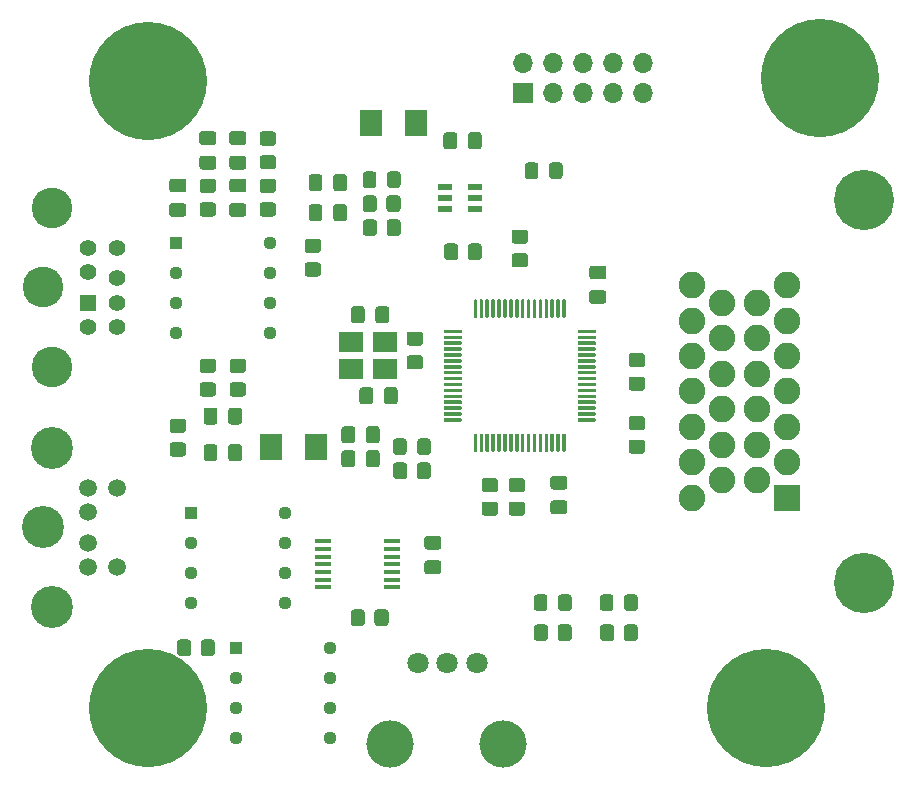
<source format=gts>
%TF.GenerationSoftware,KiCad,Pcbnew,(5.1.10)-1*%
%TF.CreationDate,2022-05-04T21:28:41+02:00*%
%TF.ProjectId,telemetria tyl,74656c65-6d65-4747-9269-612074796c2e,rev?*%
%TF.SameCoordinates,Original*%
%TF.FileFunction,Soldermask,Top*%
%TF.FilePolarity,Negative*%
%FSLAX46Y46*%
G04 Gerber Fmt 4.6, Leading zero omitted, Abs format (unit mm)*
G04 Created by KiCad (PCBNEW (5.1.10)-1) date 2022-05-04 21:28:41*
%MOMM*%
%LPD*%
G01*
G04 APERTURE LIST*
%ADD10C,1.800000*%
%ADD11C,4.000000*%
%ADD12C,1.509000*%
%ADD13C,3.555000*%
%ADD14R,1.854500X2.286000*%
%ADD15C,0.900000*%
%ADD16C,10.000000*%
%ADD17R,2.250000X2.250000*%
%ADD18C,2.250000*%
%ADD19C,5.100000*%
%ADD20R,2.100000X1.800000*%
%ADD21R,1.475000X0.450000*%
%ADD22R,1.130000X1.130000*%
%ADD23C,1.130000*%
%ADD24R,1.700000X1.700000*%
%ADD25O,1.700000X1.700000*%
%ADD26R,1.390000X1.390000*%
%ADD27C,1.390000*%
%ADD28C,3.440000*%
%ADD29R,1.200000X0.600000*%
G04 APERTURE END LIST*
D10*
%TO.C,RV1*%
X63420000Y-74930000D03*
X60920000Y-74930000D03*
X58420000Y-74930000D03*
D11*
X65640000Y-81780000D03*
X56070000Y-81780000D03*
%TD*%
D12*
%TO.C,Mini_DIN_OUT1*%
X30480000Y-64770000D03*
X30480000Y-62170000D03*
X30480000Y-66820000D03*
X30480000Y-60120000D03*
X32970000Y-66820000D03*
X32970000Y-60120000D03*
D13*
X27480000Y-70230000D03*
X26670000Y-63470000D03*
X27480000Y-56710000D03*
%TD*%
%TO.C,R8*%
G36*
G01*
X55772000Y-38550001D02*
X55772000Y-37649999D01*
G75*
G02*
X56021999Y-37400000I249999J0D01*
G01*
X56722001Y-37400000D01*
G75*
G02*
X56972000Y-37649999I0J-249999D01*
G01*
X56972000Y-38550001D01*
G75*
G02*
X56722001Y-38800000I-249999J0D01*
G01*
X56021999Y-38800000D01*
G75*
G02*
X55772000Y-38550001I0J249999D01*
G01*
G37*
G36*
G01*
X53772000Y-38550001D02*
X53772000Y-37649999D01*
G75*
G02*
X54021999Y-37400000I249999J0D01*
G01*
X54722001Y-37400000D01*
G75*
G02*
X54972000Y-37649999I0J-249999D01*
G01*
X54972000Y-38550001D01*
G75*
G02*
X54722001Y-38800000I-249999J0D01*
G01*
X54021999Y-38800000D01*
G75*
G02*
X53772000Y-38550001I0J249999D01*
G01*
G37*
%TD*%
%TO.C,R7*%
G36*
G01*
X54956000Y-35617999D02*
X54956000Y-36518001D01*
G75*
G02*
X54706001Y-36768000I-249999J0D01*
G01*
X54005999Y-36768000D01*
G75*
G02*
X53756000Y-36518001I0J249999D01*
G01*
X53756000Y-35617999D01*
G75*
G02*
X54005999Y-35368000I249999J0D01*
G01*
X54706001Y-35368000D01*
G75*
G02*
X54956000Y-35617999I0J-249999D01*
G01*
G37*
G36*
G01*
X56956000Y-35617999D02*
X56956000Y-36518001D01*
G75*
G02*
X56706001Y-36768000I-249999J0D01*
G01*
X56005999Y-36768000D01*
G75*
G02*
X55756000Y-36518001I0J249999D01*
G01*
X55756000Y-35617999D01*
G75*
G02*
X56005999Y-35368000I249999J0D01*
G01*
X56706001Y-35368000D01*
G75*
G02*
X56956000Y-35617999I0J-249999D01*
G01*
G37*
%TD*%
D14*
%TO.C,L2*%
X54495750Y-29210000D03*
X58280250Y-29210000D03*
%TD*%
%TO.C,D7*%
G36*
G01*
X54913000Y-33585999D02*
X54913000Y-34486001D01*
G75*
G02*
X54663001Y-34736000I-249999J0D01*
G01*
X54012999Y-34736000D01*
G75*
G02*
X53763000Y-34486001I0J249999D01*
G01*
X53763000Y-33585999D01*
G75*
G02*
X54012999Y-33336000I249999J0D01*
G01*
X54663001Y-33336000D01*
G75*
G02*
X54913000Y-33585999I0J-249999D01*
G01*
G37*
G36*
G01*
X56963000Y-33585999D02*
X56963000Y-34486001D01*
G75*
G02*
X56713001Y-34736000I-249999J0D01*
G01*
X56062999Y-34736000D01*
G75*
G02*
X55813000Y-34486001I0J249999D01*
G01*
X55813000Y-33585999D01*
G75*
G02*
X56062999Y-33336000I249999J0D01*
G01*
X56713001Y-33336000D01*
G75*
G02*
X56963000Y-33585999I0J-249999D01*
G01*
G37*
%TD*%
%TO.C,D6*%
G36*
G01*
X69529000Y-33724001D02*
X69529000Y-32823999D01*
G75*
G02*
X69778999Y-32574000I249999J0D01*
G01*
X70429001Y-32574000D01*
G75*
G02*
X70679000Y-32823999I0J-249999D01*
G01*
X70679000Y-33724001D01*
G75*
G02*
X70429001Y-33974000I-249999J0D01*
G01*
X69778999Y-33974000D01*
G75*
G02*
X69529000Y-33724001I0J249999D01*
G01*
G37*
G36*
G01*
X67479000Y-33724001D02*
X67479000Y-32823999D01*
G75*
G02*
X67728999Y-32574000I249999J0D01*
G01*
X68379001Y-32574000D01*
G75*
G02*
X68629000Y-32823999I0J-249999D01*
G01*
X68629000Y-33724001D01*
G75*
G02*
X68379001Y-33974000I-249999J0D01*
G01*
X67728999Y-33974000D01*
G75*
G02*
X67479000Y-33724001I0J249999D01*
G01*
G37*
%TD*%
%TO.C,C7*%
G36*
G01*
X51250000Y-34765000D02*
X51250000Y-33815000D01*
G75*
G02*
X51500000Y-33565000I250000J0D01*
G01*
X52175000Y-33565000D01*
G75*
G02*
X52425000Y-33815000I0J-250000D01*
G01*
X52425000Y-34765000D01*
G75*
G02*
X52175000Y-35015000I-250000J0D01*
G01*
X51500000Y-35015000D01*
G75*
G02*
X51250000Y-34765000I0J250000D01*
G01*
G37*
G36*
G01*
X49175000Y-34765000D02*
X49175000Y-33815000D01*
G75*
G02*
X49425000Y-33565000I250000J0D01*
G01*
X50100000Y-33565000D01*
G75*
G02*
X50350000Y-33815000I0J-250000D01*
G01*
X50350000Y-34765000D01*
G75*
G02*
X50100000Y-35015000I-250000J0D01*
G01*
X49425000Y-35015000D01*
G75*
G02*
X49175000Y-34765000I0J250000D01*
G01*
G37*
%TD*%
%TO.C,C4*%
G36*
G01*
X61758500Y-30259000D02*
X61758500Y-31209000D01*
G75*
G02*
X61508500Y-31459000I-250000J0D01*
G01*
X60833500Y-31459000D01*
G75*
G02*
X60583500Y-31209000I0J250000D01*
G01*
X60583500Y-30259000D01*
G75*
G02*
X60833500Y-30009000I250000J0D01*
G01*
X61508500Y-30009000D01*
G75*
G02*
X61758500Y-30259000I0J-250000D01*
G01*
G37*
G36*
G01*
X63833500Y-30259000D02*
X63833500Y-31209000D01*
G75*
G02*
X63583500Y-31459000I-250000J0D01*
G01*
X62908500Y-31459000D01*
G75*
G02*
X62658500Y-31209000I0J250000D01*
G01*
X62658500Y-30259000D01*
G75*
G02*
X62908500Y-30009000I250000J0D01*
G01*
X63583500Y-30009000D01*
G75*
G02*
X63833500Y-30259000I0J-250000D01*
G01*
G37*
%TD*%
%TO.C,1k2*%
G36*
G01*
X76511999Y-56042000D02*
X77412001Y-56042000D01*
G75*
G02*
X77662000Y-56291999I0J-249999D01*
G01*
X77662000Y-56992001D01*
G75*
G02*
X77412001Y-57242000I-249999J0D01*
G01*
X76511999Y-57242000D01*
G75*
G02*
X76262000Y-56992001I0J249999D01*
G01*
X76262000Y-56291999D01*
G75*
G02*
X76511999Y-56042000I249999J0D01*
G01*
G37*
G36*
G01*
X76511999Y-54042000D02*
X77412001Y-54042000D01*
G75*
G02*
X77662000Y-54291999I0J-249999D01*
G01*
X77662000Y-54992001D01*
G75*
G02*
X77412001Y-55242000I-249999J0D01*
G01*
X76511999Y-55242000D01*
G75*
G02*
X76262000Y-54992001I0J249999D01*
G01*
X76262000Y-54291999D01*
G75*
G02*
X76511999Y-54042000I249999J0D01*
G01*
G37*
%TD*%
%TO.C,2.2uF2*%
G36*
G01*
X73185000Y-43376000D02*
X74135000Y-43376000D01*
G75*
G02*
X74385000Y-43626000I0J-250000D01*
G01*
X74385000Y-44301000D01*
G75*
G02*
X74135000Y-44551000I-250000J0D01*
G01*
X73185000Y-44551000D01*
G75*
G02*
X72935000Y-44301000I0J250000D01*
G01*
X72935000Y-43626000D01*
G75*
G02*
X73185000Y-43376000I250000J0D01*
G01*
G37*
G36*
G01*
X73185000Y-41301000D02*
X74135000Y-41301000D01*
G75*
G02*
X74385000Y-41551000I0J-250000D01*
G01*
X74385000Y-42226000D01*
G75*
G02*
X74135000Y-42476000I-250000J0D01*
G01*
X73185000Y-42476000D01*
G75*
G02*
X72935000Y-42226000I0J250000D01*
G01*
X72935000Y-41551000D01*
G75*
G02*
X73185000Y-41301000I250000J0D01*
G01*
G37*
%TD*%
%TO.C,10k1*%
G36*
G01*
X66605999Y-38262000D02*
X67506001Y-38262000D01*
G75*
G02*
X67756000Y-38511999I0J-249999D01*
G01*
X67756000Y-39212001D01*
G75*
G02*
X67506001Y-39462000I-249999J0D01*
G01*
X66605999Y-39462000D01*
G75*
G02*
X66356000Y-39212001I0J249999D01*
G01*
X66356000Y-38511999D01*
G75*
G02*
X66605999Y-38262000I249999J0D01*
G01*
G37*
G36*
G01*
X66605999Y-40262000D02*
X67506001Y-40262000D01*
G75*
G02*
X67756000Y-40511999I0J-249999D01*
G01*
X67756000Y-41212001D01*
G75*
G02*
X67506001Y-41462000I-249999J0D01*
G01*
X66605999Y-41462000D01*
G75*
G02*
X66356000Y-41212001I0J249999D01*
G01*
X66356000Y-40511999D01*
G75*
G02*
X66605999Y-40262000I249999J0D01*
G01*
G37*
%TD*%
%TO.C,1k1*%
G36*
G01*
X76511999Y-48708000D02*
X77412001Y-48708000D01*
G75*
G02*
X77662000Y-48957999I0J-249999D01*
G01*
X77662000Y-49658001D01*
G75*
G02*
X77412001Y-49908000I-249999J0D01*
G01*
X76511999Y-49908000D01*
G75*
G02*
X76262000Y-49658001I0J249999D01*
G01*
X76262000Y-48957999D01*
G75*
G02*
X76511999Y-48708000I249999J0D01*
G01*
G37*
G36*
G01*
X76511999Y-50708000D02*
X77412001Y-50708000D01*
G75*
G02*
X77662000Y-50957999I0J-249999D01*
G01*
X77662000Y-51658001D01*
G75*
G02*
X77412001Y-51908000I-249999J0D01*
G01*
X76511999Y-51908000D01*
G75*
G02*
X76262000Y-51658001I0J249999D01*
G01*
X76262000Y-50957999D01*
G75*
G02*
X76511999Y-50708000I249999J0D01*
G01*
G37*
%TD*%
%TO.C,2.2uF1*%
G36*
G01*
X70833000Y-62352500D02*
X69883000Y-62352500D01*
G75*
G02*
X69633000Y-62102500I0J250000D01*
G01*
X69633000Y-61427500D01*
G75*
G02*
X69883000Y-61177500I250000J0D01*
G01*
X70833000Y-61177500D01*
G75*
G02*
X71083000Y-61427500I0J-250000D01*
G01*
X71083000Y-62102500D01*
G75*
G02*
X70833000Y-62352500I-250000J0D01*
G01*
G37*
G36*
G01*
X70833000Y-60277500D02*
X69883000Y-60277500D01*
G75*
G02*
X69633000Y-60027500I0J250000D01*
G01*
X69633000Y-59352500D01*
G75*
G02*
X69883000Y-59102500I250000J0D01*
G01*
X70833000Y-59102500D01*
G75*
G02*
X71083000Y-59352500I0J-250000D01*
G01*
X71083000Y-60027500D01*
G75*
G02*
X70833000Y-60277500I-250000J0D01*
G01*
G37*
%TD*%
%TO.C,C1*%
G36*
G01*
X53471500Y-52799000D02*
X53471500Y-51849000D01*
G75*
G02*
X53721500Y-51599000I250000J0D01*
G01*
X54396500Y-51599000D01*
G75*
G02*
X54646500Y-51849000I0J-250000D01*
G01*
X54646500Y-52799000D01*
G75*
G02*
X54396500Y-53049000I-250000J0D01*
G01*
X53721500Y-53049000D01*
G75*
G02*
X53471500Y-52799000I0J250000D01*
G01*
G37*
G36*
G01*
X55546500Y-52799000D02*
X55546500Y-51849000D01*
G75*
G02*
X55796500Y-51599000I250000J0D01*
G01*
X56471500Y-51599000D01*
G75*
G02*
X56721500Y-51849000I0J-250000D01*
G01*
X56721500Y-52799000D01*
G75*
G02*
X56471500Y-53049000I-250000J0D01*
G01*
X55796500Y-53049000D01*
G75*
G02*
X55546500Y-52799000I0J250000D01*
G01*
G37*
%TD*%
%TO.C,C8*%
G36*
G01*
X51250000Y-37305000D02*
X51250000Y-36355000D01*
G75*
G02*
X51500000Y-36105000I250000J0D01*
G01*
X52175000Y-36105000D01*
G75*
G02*
X52425000Y-36355000I0J-250000D01*
G01*
X52425000Y-37305000D01*
G75*
G02*
X52175000Y-37555000I-250000J0D01*
G01*
X51500000Y-37555000D01*
G75*
G02*
X51250000Y-37305000I0J250000D01*
G01*
G37*
G36*
G01*
X49175000Y-37305000D02*
X49175000Y-36355000D01*
G75*
G02*
X49425000Y-36105000I250000J0D01*
G01*
X50100000Y-36105000D01*
G75*
G02*
X50350000Y-36355000I0J-250000D01*
G01*
X50350000Y-37305000D01*
G75*
G02*
X50100000Y-37555000I-250000J0D01*
G01*
X49425000Y-37555000D01*
G75*
G02*
X49175000Y-37305000I0J250000D01*
G01*
G37*
%TD*%
%TO.C,C2*%
G36*
G01*
X56002500Y-44991000D02*
X56002500Y-45941000D01*
G75*
G02*
X55752500Y-46191000I-250000J0D01*
G01*
X55077500Y-46191000D01*
G75*
G02*
X54827500Y-45941000I0J250000D01*
G01*
X54827500Y-44991000D01*
G75*
G02*
X55077500Y-44741000I250000J0D01*
G01*
X55752500Y-44741000D01*
G75*
G02*
X56002500Y-44991000I0J-250000D01*
G01*
G37*
G36*
G01*
X53927500Y-44991000D02*
X53927500Y-45941000D01*
G75*
G02*
X53677500Y-46191000I-250000J0D01*
G01*
X53002500Y-46191000D01*
G75*
G02*
X52752500Y-45941000I0J250000D01*
G01*
X52752500Y-44991000D01*
G75*
G02*
X53002500Y-44741000I250000J0D01*
G01*
X53677500Y-44741000D01*
G75*
G02*
X53927500Y-44991000I0J-250000D01*
G01*
G37*
%TD*%
%TO.C,D5*%
G36*
G01*
X68250000Y-70300001D02*
X68250000Y-69399999D01*
G75*
G02*
X68499999Y-69150000I249999J0D01*
G01*
X69150001Y-69150000D01*
G75*
G02*
X69400000Y-69399999I0J-249999D01*
G01*
X69400000Y-70300001D01*
G75*
G02*
X69150001Y-70550000I-249999J0D01*
G01*
X68499999Y-70550000D01*
G75*
G02*
X68250000Y-70300001I0J249999D01*
G01*
G37*
G36*
G01*
X70300000Y-70300001D02*
X70300000Y-69399999D01*
G75*
G02*
X70549999Y-69150000I249999J0D01*
G01*
X71200001Y-69150000D01*
G75*
G02*
X71450000Y-69399999I0J-249999D01*
G01*
X71450000Y-70300001D01*
G75*
G02*
X71200001Y-70550000I-249999J0D01*
G01*
X70549999Y-70550000D01*
G75*
G02*
X70300000Y-70300001I0J249999D01*
G01*
G37*
%TD*%
D15*
%TO.C,H4*%
X95107650Y-22748350D03*
X92456000Y-21650000D03*
X89804350Y-22748350D03*
X88706000Y-25400000D03*
X89804350Y-28051650D03*
X92456000Y-29150000D03*
X95107650Y-28051650D03*
X96206000Y-25400000D03*
D16*
X92456000Y-25400000D03*
%TD*%
D15*
%TO.C,H2*%
X38211650Y-23002350D03*
X35560000Y-21904000D03*
X32908350Y-23002350D03*
X31810000Y-25654000D03*
X32908350Y-28305650D03*
X35560000Y-29404000D03*
X38211650Y-28305650D03*
X39310000Y-25654000D03*
D16*
X35560000Y-25654000D03*
%TD*%
%TO.C,R11*%
G36*
G01*
X56328000Y-59124001D02*
X56328000Y-58223999D01*
G75*
G02*
X56577999Y-57974000I249999J0D01*
G01*
X57278001Y-57974000D01*
G75*
G02*
X57528000Y-58223999I0J-249999D01*
G01*
X57528000Y-59124001D01*
G75*
G02*
X57278001Y-59374000I-249999J0D01*
G01*
X56577999Y-59374000D01*
G75*
G02*
X56328000Y-59124001I0J249999D01*
G01*
G37*
G36*
G01*
X58328000Y-59124001D02*
X58328000Y-58223999D01*
G75*
G02*
X58577999Y-57974000I249999J0D01*
G01*
X59278001Y-57974000D01*
G75*
G02*
X59528000Y-58223999I0J-249999D01*
G01*
X59528000Y-59124001D01*
G75*
G02*
X59278001Y-59374000I-249999J0D01*
G01*
X58577999Y-59374000D01*
G75*
G02*
X58328000Y-59124001I0J249999D01*
G01*
G37*
%TD*%
%TO.C,D3*%
G36*
G01*
X74988000Y-69399999D02*
X74988000Y-70300001D01*
G75*
G02*
X74738001Y-70550000I-249999J0D01*
G01*
X74087999Y-70550000D01*
G75*
G02*
X73838000Y-70300001I0J249999D01*
G01*
X73838000Y-69399999D01*
G75*
G02*
X74087999Y-69150000I249999J0D01*
G01*
X74738001Y-69150000D01*
G75*
G02*
X74988000Y-69399999I0J-249999D01*
G01*
G37*
G36*
G01*
X77038000Y-69399999D02*
X77038000Y-70300001D01*
G75*
G02*
X76788001Y-70550000I-249999J0D01*
G01*
X76137999Y-70550000D01*
G75*
G02*
X75888000Y-70300001I0J249999D01*
G01*
X75888000Y-69399999D01*
G75*
G02*
X76137999Y-69150000I249999J0D01*
G01*
X76788001Y-69150000D01*
G75*
G02*
X77038000Y-69399999I0J-249999D01*
G01*
G37*
%TD*%
%TO.C,H1*%
X35560000Y-78740000D03*
D15*
X39310000Y-78740000D03*
X38211650Y-81391650D03*
X35560000Y-82490000D03*
X32908350Y-81391650D03*
X31810000Y-78740000D03*
X32908350Y-76088350D03*
X35560000Y-74990000D03*
X38211650Y-76088350D03*
%TD*%
%TO.C,U1*%
G36*
G01*
X60600920Y-46949740D02*
X60600920Y-46799740D01*
G75*
G02*
X60675920Y-46724740I75000J0D01*
G01*
X62075920Y-46724740D01*
G75*
G02*
X62150920Y-46799740I0J-75000D01*
G01*
X62150920Y-46949740D01*
G75*
G02*
X62075920Y-47024740I-75000J0D01*
G01*
X60675920Y-47024740D01*
G75*
G02*
X60600920Y-46949740I0J75000D01*
G01*
G37*
G36*
G01*
X60600920Y-47449740D02*
X60600920Y-47299740D01*
G75*
G02*
X60675920Y-47224740I75000J0D01*
G01*
X62075920Y-47224740D01*
G75*
G02*
X62150920Y-47299740I0J-75000D01*
G01*
X62150920Y-47449740D01*
G75*
G02*
X62075920Y-47524740I-75000J0D01*
G01*
X60675920Y-47524740D01*
G75*
G02*
X60600920Y-47449740I0J75000D01*
G01*
G37*
G36*
G01*
X60600920Y-47949740D02*
X60600920Y-47799740D01*
G75*
G02*
X60675920Y-47724740I75000J0D01*
G01*
X62075920Y-47724740D01*
G75*
G02*
X62150920Y-47799740I0J-75000D01*
G01*
X62150920Y-47949740D01*
G75*
G02*
X62075920Y-48024740I-75000J0D01*
G01*
X60675920Y-48024740D01*
G75*
G02*
X60600920Y-47949740I0J75000D01*
G01*
G37*
G36*
G01*
X60600920Y-48449740D02*
X60600920Y-48299740D01*
G75*
G02*
X60675920Y-48224740I75000J0D01*
G01*
X62075920Y-48224740D01*
G75*
G02*
X62150920Y-48299740I0J-75000D01*
G01*
X62150920Y-48449740D01*
G75*
G02*
X62075920Y-48524740I-75000J0D01*
G01*
X60675920Y-48524740D01*
G75*
G02*
X60600920Y-48449740I0J75000D01*
G01*
G37*
G36*
G01*
X60600920Y-48949740D02*
X60600920Y-48799740D01*
G75*
G02*
X60675920Y-48724740I75000J0D01*
G01*
X62075920Y-48724740D01*
G75*
G02*
X62150920Y-48799740I0J-75000D01*
G01*
X62150920Y-48949740D01*
G75*
G02*
X62075920Y-49024740I-75000J0D01*
G01*
X60675920Y-49024740D01*
G75*
G02*
X60600920Y-48949740I0J75000D01*
G01*
G37*
G36*
G01*
X60600920Y-49449740D02*
X60600920Y-49299740D01*
G75*
G02*
X60675920Y-49224740I75000J0D01*
G01*
X62075920Y-49224740D01*
G75*
G02*
X62150920Y-49299740I0J-75000D01*
G01*
X62150920Y-49449740D01*
G75*
G02*
X62075920Y-49524740I-75000J0D01*
G01*
X60675920Y-49524740D01*
G75*
G02*
X60600920Y-49449740I0J75000D01*
G01*
G37*
G36*
G01*
X60600920Y-49949740D02*
X60600920Y-49799740D01*
G75*
G02*
X60675920Y-49724740I75000J0D01*
G01*
X62075920Y-49724740D01*
G75*
G02*
X62150920Y-49799740I0J-75000D01*
G01*
X62150920Y-49949740D01*
G75*
G02*
X62075920Y-50024740I-75000J0D01*
G01*
X60675920Y-50024740D01*
G75*
G02*
X60600920Y-49949740I0J75000D01*
G01*
G37*
G36*
G01*
X60600920Y-50449740D02*
X60600920Y-50299740D01*
G75*
G02*
X60675920Y-50224740I75000J0D01*
G01*
X62075920Y-50224740D01*
G75*
G02*
X62150920Y-50299740I0J-75000D01*
G01*
X62150920Y-50449740D01*
G75*
G02*
X62075920Y-50524740I-75000J0D01*
G01*
X60675920Y-50524740D01*
G75*
G02*
X60600920Y-50449740I0J75000D01*
G01*
G37*
G36*
G01*
X60600920Y-50949740D02*
X60600920Y-50799740D01*
G75*
G02*
X60675920Y-50724740I75000J0D01*
G01*
X62075920Y-50724740D01*
G75*
G02*
X62150920Y-50799740I0J-75000D01*
G01*
X62150920Y-50949740D01*
G75*
G02*
X62075920Y-51024740I-75000J0D01*
G01*
X60675920Y-51024740D01*
G75*
G02*
X60600920Y-50949740I0J75000D01*
G01*
G37*
G36*
G01*
X60600920Y-51449740D02*
X60600920Y-51299740D01*
G75*
G02*
X60675920Y-51224740I75000J0D01*
G01*
X62075920Y-51224740D01*
G75*
G02*
X62150920Y-51299740I0J-75000D01*
G01*
X62150920Y-51449740D01*
G75*
G02*
X62075920Y-51524740I-75000J0D01*
G01*
X60675920Y-51524740D01*
G75*
G02*
X60600920Y-51449740I0J75000D01*
G01*
G37*
G36*
G01*
X60600920Y-51949740D02*
X60600920Y-51799740D01*
G75*
G02*
X60675920Y-51724740I75000J0D01*
G01*
X62075920Y-51724740D01*
G75*
G02*
X62150920Y-51799740I0J-75000D01*
G01*
X62150920Y-51949740D01*
G75*
G02*
X62075920Y-52024740I-75000J0D01*
G01*
X60675920Y-52024740D01*
G75*
G02*
X60600920Y-51949740I0J75000D01*
G01*
G37*
G36*
G01*
X60600920Y-52449740D02*
X60600920Y-52299740D01*
G75*
G02*
X60675920Y-52224740I75000J0D01*
G01*
X62075920Y-52224740D01*
G75*
G02*
X62150920Y-52299740I0J-75000D01*
G01*
X62150920Y-52449740D01*
G75*
G02*
X62075920Y-52524740I-75000J0D01*
G01*
X60675920Y-52524740D01*
G75*
G02*
X60600920Y-52449740I0J75000D01*
G01*
G37*
G36*
G01*
X60600920Y-52949740D02*
X60600920Y-52799740D01*
G75*
G02*
X60675920Y-52724740I75000J0D01*
G01*
X62075920Y-52724740D01*
G75*
G02*
X62150920Y-52799740I0J-75000D01*
G01*
X62150920Y-52949740D01*
G75*
G02*
X62075920Y-53024740I-75000J0D01*
G01*
X60675920Y-53024740D01*
G75*
G02*
X60600920Y-52949740I0J75000D01*
G01*
G37*
G36*
G01*
X60600920Y-53449740D02*
X60600920Y-53299740D01*
G75*
G02*
X60675920Y-53224740I75000J0D01*
G01*
X62075920Y-53224740D01*
G75*
G02*
X62150920Y-53299740I0J-75000D01*
G01*
X62150920Y-53449740D01*
G75*
G02*
X62075920Y-53524740I-75000J0D01*
G01*
X60675920Y-53524740D01*
G75*
G02*
X60600920Y-53449740I0J75000D01*
G01*
G37*
G36*
G01*
X60600920Y-53949740D02*
X60600920Y-53799740D01*
G75*
G02*
X60675920Y-53724740I75000J0D01*
G01*
X62075920Y-53724740D01*
G75*
G02*
X62150920Y-53799740I0J-75000D01*
G01*
X62150920Y-53949740D01*
G75*
G02*
X62075920Y-54024740I-75000J0D01*
G01*
X60675920Y-54024740D01*
G75*
G02*
X60600920Y-53949740I0J75000D01*
G01*
G37*
G36*
G01*
X60600920Y-54449740D02*
X60600920Y-54299740D01*
G75*
G02*
X60675920Y-54224740I75000J0D01*
G01*
X62075920Y-54224740D01*
G75*
G02*
X62150920Y-54299740I0J-75000D01*
G01*
X62150920Y-54449740D01*
G75*
G02*
X62075920Y-54524740I-75000J0D01*
G01*
X60675920Y-54524740D01*
G75*
G02*
X60600920Y-54449740I0J75000D01*
G01*
G37*
G36*
G01*
X63150920Y-56999740D02*
X63150920Y-55599740D01*
G75*
G02*
X63225920Y-55524740I75000J0D01*
G01*
X63375920Y-55524740D01*
G75*
G02*
X63450920Y-55599740I0J-75000D01*
G01*
X63450920Y-56999740D01*
G75*
G02*
X63375920Y-57074740I-75000J0D01*
G01*
X63225920Y-57074740D01*
G75*
G02*
X63150920Y-56999740I0J75000D01*
G01*
G37*
G36*
G01*
X63650920Y-56999740D02*
X63650920Y-55599740D01*
G75*
G02*
X63725920Y-55524740I75000J0D01*
G01*
X63875920Y-55524740D01*
G75*
G02*
X63950920Y-55599740I0J-75000D01*
G01*
X63950920Y-56999740D01*
G75*
G02*
X63875920Y-57074740I-75000J0D01*
G01*
X63725920Y-57074740D01*
G75*
G02*
X63650920Y-56999740I0J75000D01*
G01*
G37*
G36*
G01*
X64150920Y-56999740D02*
X64150920Y-55599740D01*
G75*
G02*
X64225920Y-55524740I75000J0D01*
G01*
X64375920Y-55524740D01*
G75*
G02*
X64450920Y-55599740I0J-75000D01*
G01*
X64450920Y-56999740D01*
G75*
G02*
X64375920Y-57074740I-75000J0D01*
G01*
X64225920Y-57074740D01*
G75*
G02*
X64150920Y-56999740I0J75000D01*
G01*
G37*
G36*
G01*
X64650920Y-56999740D02*
X64650920Y-55599740D01*
G75*
G02*
X64725920Y-55524740I75000J0D01*
G01*
X64875920Y-55524740D01*
G75*
G02*
X64950920Y-55599740I0J-75000D01*
G01*
X64950920Y-56999740D01*
G75*
G02*
X64875920Y-57074740I-75000J0D01*
G01*
X64725920Y-57074740D01*
G75*
G02*
X64650920Y-56999740I0J75000D01*
G01*
G37*
G36*
G01*
X65150920Y-56999740D02*
X65150920Y-55599740D01*
G75*
G02*
X65225920Y-55524740I75000J0D01*
G01*
X65375920Y-55524740D01*
G75*
G02*
X65450920Y-55599740I0J-75000D01*
G01*
X65450920Y-56999740D01*
G75*
G02*
X65375920Y-57074740I-75000J0D01*
G01*
X65225920Y-57074740D01*
G75*
G02*
X65150920Y-56999740I0J75000D01*
G01*
G37*
G36*
G01*
X65650920Y-56999740D02*
X65650920Y-55599740D01*
G75*
G02*
X65725920Y-55524740I75000J0D01*
G01*
X65875920Y-55524740D01*
G75*
G02*
X65950920Y-55599740I0J-75000D01*
G01*
X65950920Y-56999740D01*
G75*
G02*
X65875920Y-57074740I-75000J0D01*
G01*
X65725920Y-57074740D01*
G75*
G02*
X65650920Y-56999740I0J75000D01*
G01*
G37*
G36*
G01*
X66150920Y-56999740D02*
X66150920Y-55599740D01*
G75*
G02*
X66225920Y-55524740I75000J0D01*
G01*
X66375920Y-55524740D01*
G75*
G02*
X66450920Y-55599740I0J-75000D01*
G01*
X66450920Y-56999740D01*
G75*
G02*
X66375920Y-57074740I-75000J0D01*
G01*
X66225920Y-57074740D01*
G75*
G02*
X66150920Y-56999740I0J75000D01*
G01*
G37*
G36*
G01*
X66650920Y-56999740D02*
X66650920Y-55599740D01*
G75*
G02*
X66725920Y-55524740I75000J0D01*
G01*
X66875920Y-55524740D01*
G75*
G02*
X66950920Y-55599740I0J-75000D01*
G01*
X66950920Y-56999740D01*
G75*
G02*
X66875920Y-57074740I-75000J0D01*
G01*
X66725920Y-57074740D01*
G75*
G02*
X66650920Y-56999740I0J75000D01*
G01*
G37*
G36*
G01*
X67150920Y-56999740D02*
X67150920Y-55599740D01*
G75*
G02*
X67225920Y-55524740I75000J0D01*
G01*
X67375920Y-55524740D01*
G75*
G02*
X67450920Y-55599740I0J-75000D01*
G01*
X67450920Y-56999740D01*
G75*
G02*
X67375920Y-57074740I-75000J0D01*
G01*
X67225920Y-57074740D01*
G75*
G02*
X67150920Y-56999740I0J75000D01*
G01*
G37*
G36*
G01*
X67650920Y-56999740D02*
X67650920Y-55599740D01*
G75*
G02*
X67725920Y-55524740I75000J0D01*
G01*
X67875920Y-55524740D01*
G75*
G02*
X67950920Y-55599740I0J-75000D01*
G01*
X67950920Y-56999740D01*
G75*
G02*
X67875920Y-57074740I-75000J0D01*
G01*
X67725920Y-57074740D01*
G75*
G02*
X67650920Y-56999740I0J75000D01*
G01*
G37*
G36*
G01*
X68150920Y-56999740D02*
X68150920Y-55599740D01*
G75*
G02*
X68225920Y-55524740I75000J0D01*
G01*
X68375920Y-55524740D01*
G75*
G02*
X68450920Y-55599740I0J-75000D01*
G01*
X68450920Y-56999740D01*
G75*
G02*
X68375920Y-57074740I-75000J0D01*
G01*
X68225920Y-57074740D01*
G75*
G02*
X68150920Y-56999740I0J75000D01*
G01*
G37*
G36*
G01*
X68650920Y-56999740D02*
X68650920Y-55599740D01*
G75*
G02*
X68725920Y-55524740I75000J0D01*
G01*
X68875920Y-55524740D01*
G75*
G02*
X68950920Y-55599740I0J-75000D01*
G01*
X68950920Y-56999740D01*
G75*
G02*
X68875920Y-57074740I-75000J0D01*
G01*
X68725920Y-57074740D01*
G75*
G02*
X68650920Y-56999740I0J75000D01*
G01*
G37*
G36*
G01*
X69150920Y-56999740D02*
X69150920Y-55599740D01*
G75*
G02*
X69225920Y-55524740I75000J0D01*
G01*
X69375920Y-55524740D01*
G75*
G02*
X69450920Y-55599740I0J-75000D01*
G01*
X69450920Y-56999740D01*
G75*
G02*
X69375920Y-57074740I-75000J0D01*
G01*
X69225920Y-57074740D01*
G75*
G02*
X69150920Y-56999740I0J75000D01*
G01*
G37*
G36*
G01*
X69650920Y-56999740D02*
X69650920Y-55599740D01*
G75*
G02*
X69725920Y-55524740I75000J0D01*
G01*
X69875920Y-55524740D01*
G75*
G02*
X69950920Y-55599740I0J-75000D01*
G01*
X69950920Y-56999740D01*
G75*
G02*
X69875920Y-57074740I-75000J0D01*
G01*
X69725920Y-57074740D01*
G75*
G02*
X69650920Y-56999740I0J75000D01*
G01*
G37*
G36*
G01*
X70150920Y-56999740D02*
X70150920Y-55599740D01*
G75*
G02*
X70225920Y-55524740I75000J0D01*
G01*
X70375920Y-55524740D01*
G75*
G02*
X70450920Y-55599740I0J-75000D01*
G01*
X70450920Y-56999740D01*
G75*
G02*
X70375920Y-57074740I-75000J0D01*
G01*
X70225920Y-57074740D01*
G75*
G02*
X70150920Y-56999740I0J75000D01*
G01*
G37*
G36*
G01*
X70650920Y-56999740D02*
X70650920Y-55599740D01*
G75*
G02*
X70725920Y-55524740I75000J0D01*
G01*
X70875920Y-55524740D01*
G75*
G02*
X70950920Y-55599740I0J-75000D01*
G01*
X70950920Y-56999740D01*
G75*
G02*
X70875920Y-57074740I-75000J0D01*
G01*
X70725920Y-57074740D01*
G75*
G02*
X70650920Y-56999740I0J75000D01*
G01*
G37*
G36*
G01*
X71950920Y-54449740D02*
X71950920Y-54299740D01*
G75*
G02*
X72025920Y-54224740I75000J0D01*
G01*
X73425920Y-54224740D01*
G75*
G02*
X73500920Y-54299740I0J-75000D01*
G01*
X73500920Y-54449740D01*
G75*
G02*
X73425920Y-54524740I-75000J0D01*
G01*
X72025920Y-54524740D01*
G75*
G02*
X71950920Y-54449740I0J75000D01*
G01*
G37*
G36*
G01*
X71950920Y-53949740D02*
X71950920Y-53799740D01*
G75*
G02*
X72025920Y-53724740I75000J0D01*
G01*
X73425920Y-53724740D01*
G75*
G02*
X73500920Y-53799740I0J-75000D01*
G01*
X73500920Y-53949740D01*
G75*
G02*
X73425920Y-54024740I-75000J0D01*
G01*
X72025920Y-54024740D01*
G75*
G02*
X71950920Y-53949740I0J75000D01*
G01*
G37*
G36*
G01*
X71950920Y-53449740D02*
X71950920Y-53299740D01*
G75*
G02*
X72025920Y-53224740I75000J0D01*
G01*
X73425920Y-53224740D01*
G75*
G02*
X73500920Y-53299740I0J-75000D01*
G01*
X73500920Y-53449740D01*
G75*
G02*
X73425920Y-53524740I-75000J0D01*
G01*
X72025920Y-53524740D01*
G75*
G02*
X71950920Y-53449740I0J75000D01*
G01*
G37*
G36*
G01*
X71950920Y-52949740D02*
X71950920Y-52799740D01*
G75*
G02*
X72025920Y-52724740I75000J0D01*
G01*
X73425920Y-52724740D01*
G75*
G02*
X73500920Y-52799740I0J-75000D01*
G01*
X73500920Y-52949740D01*
G75*
G02*
X73425920Y-53024740I-75000J0D01*
G01*
X72025920Y-53024740D01*
G75*
G02*
X71950920Y-52949740I0J75000D01*
G01*
G37*
G36*
G01*
X71950920Y-52449740D02*
X71950920Y-52299740D01*
G75*
G02*
X72025920Y-52224740I75000J0D01*
G01*
X73425920Y-52224740D01*
G75*
G02*
X73500920Y-52299740I0J-75000D01*
G01*
X73500920Y-52449740D01*
G75*
G02*
X73425920Y-52524740I-75000J0D01*
G01*
X72025920Y-52524740D01*
G75*
G02*
X71950920Y-52449740I0J75000D01*
G01*
G37*
G36*
G01*
X71950920Y-51949740D02*
X71950920Y-51799740D01*
G75*
G02*
X72025920Y-51724740I75000J0D01*
G01*
X73425920Y-51724740D01*
G75*
G02*
X73500920Y-51799740I0J-75000D01*
G01*
X73500920Y-51949740D01*
G75*
G02*
X73425920Y-52024740I-75000J0D01*
G01*
X72025920Y-52024740D01*
G75*
G02*
X71950920Y-51949740I0J75000D01*
G01*
G37*
G36*
G01*
X71950920Y-51449740D02*
X71950920Y-51299740D01*
G75*
G02*
X72025920Y-51224740I75000J0D01*
G01*
X73425920Y-51224740D01*
G75*
G02*
X73500920Y-51299740I0J-75000D01*
G01*
X73500920Y-51449740D01*
G75*
G02*
X73425920Y-51524740I-75000J0D01*
G01*
X72025920Y-51524740D01*
G75*
G02*
X71950920Y-51449740I0J75000D01*
G01*
G37*
G36*
G01*
X71950920Y-50949740D02*
X71950920Y-50799740D01*
G75*
G02*
X72025920Y-50724740I75000J0D01*
G01*
X73425920Y-50724740D01*
G75*
G02*
X73500920Y-50799740I0J-75000D01*
G01*
X73500920Y-50949740D01*
G75*
G02*
X73425920Y-51024740I-75000J0D01*
G01*
X72025920Y-51024740D01*
G75*
G02*
X71950920Y-50949740I0J75000D01*
G01*
G37*
G36*
G01*
X71950920Y-50449740D02*
X71950920Y-50299740D01*
G75*
G02*
X72025920Y-50224740I75000J0D01*
G01*
X73425920Y-50224740D01*
G75*
G02*
X73500920Y-50299740I0J-75000D01*
G01*
X73500920Y-50449740D01*
G75*
G02*
X73425920Y-50524740I-75000J0D01*
G01*
X72025920Y-50524740D01*
G75*
G02*
X71950920Y-50449740I0J75000D01*
G01*
G37*
G36*
G01*
X71950920Y-49949740D02*
X71950920Y-49799740D01*
G75*
G02*
X72025920Y-49724740I75000J0D01*
G01*
X73425920Y-49724740D01*
G75*
G02*
X73500920Y-49799740I0J-75000D01*
G01*
X73500920Y-49949740D01*
G75*
G02*
X73425920Y-50024740I-75000J0D01*
G01*
X72025920Y-50024740D01*
G75*
G02*
X71950920Y-49949740I0J75000D01*
G01*
G37*
G36*
G01*
X71950920Y-49449740D02*
X71950920Y-49299740D01*
G75*
G02*
X72025920Y-49224740I75000J0D01*
G01*
X73425920Y-49224740D01*
G75*
G02*
X73500920Y-49299740I0J-75000D01*
G01*
X73500920Y-49449740D01*
G75*
G02*
X73425920Y-49524740I-75000J0D01*
G01*
X72025920Y-49524740D01*
G75*
G02*
X71950920Y-49449740I0J75000D01*
G01*
G37*
G36*
G01*
X71950920Y-48949740D02*
X71950920Y-48799740D01*
G75*
G02*
X72025920Y-48724740I75000J0D01*
G01*
X73425920Y-48724740D01*
G75*
G02*
X73500920Y-48799740I0J-75000D01*
G01*
X73500920Y-48949740D01*
G75*
G02*
X73425920Y-49024740I-75000J0D01*
G01*
X72025920Y-49024740D01*
G75*
G02*
X71950920Y-48949740I0J75000D01*
G01*
G37*
G36*
G01*
X71950920Y-48449740D02*
X71950920Y-48299740D01*
G75*
G02*
X72025920Y-48224740I75000J0D01*
G01*
X73425920Y-48224740D01*
G75*
G02*
X73500920Y-48299740I0J-75000D01*
G01*
X73500920Y-48449740D01*
G75*
G02*
X73425920Y-48524740I-75000J0D01*
G01*
X72025920Y-48524740D01*
G75*
G02*
X71950920Y-48449740I0J75000D01*
G01*
G37*
G36*
G01*
X71950920Y-47949740D02*
X71950920Y-47799740D01*
G75*
G02*
X72025920Y-47724740I75000J0D01*
G01*
X73425920Y-47724740D01*
G75*
G02*
X73500920Y-47799740I0J-75000D01*
G01*
X73500920Y-47949740D01*
G75*
G02*
X73425920Y-48024740I-75000J0D01*
G01*
X72025920Y-48024740D01*
G75*
G02*
X71950920Y-47949740I0J75000D01*
G01*
G37*
G36*
G01*
X71950920Y-47449740D02*
X71950920Y-47299740D01*
G75*
G02*
X72025920Y-47224740I75000J0D01*
G01*
X73425920Y-47224740D01*
G75*
G02*
X73500920Y-47299740I0J-75000D01*
G01*
X73500920Y-47449740D01*
G75*
G02*
X73425920Y-47524740I-75000J0D01*
G01*
X72025920Y-47524740D01*
G75*
G02*
X71950920Y-47449740I0J75000D01*
G01*
G37*
G36*
G01*
X71950920Y-46949740D02*
X71950920Y-46799740D01*
G75*
G02*
X72025920Y-46724740I75000J0D01*
G01*
X73425920Y-46724740D01*
G75*
G02*
X73500920Y-46799740I0J-75000D01*
G01*
X73500920Y-46949740D01*
G75*
G02*
X73425920Y-47024740I-75000J0D01*
G01*
X72025920Y-47024740D01*
G75*
G02*
X71950920Y-46949740I0J75000D01*
G01*
G37*
G36*
G01*
X70650920Y-45649740D02*
X70650920Y-44249740D01*
G75*
G02*
X70725920Y-44174740I75000J0D01*
G01*
X70875920Y-44174740D01*
G75*
G02*
X70950920Y-44249740I0J-75000D01*
G01*
X70950920Y-45649740D01*
G75*
G02*
X70875920Y-45724740I-75000J0D01*
G01*
X70725920Y-45724740D01*
G75*
G02*
X70650920Y-45649740I0J75000D01*
G01*
G37*
G36*
G01*
X70150920Y-45649740D02*
X70150920Y-44249740D01*
G75*
G02*
X70225920Y-44174740I75000J0D01*
G01*
X70375920Y-44174740D01*
G75*
G02*
X70450920Y-44249740I0J-75000D01*
G01*
X70450920Y-45649740D01*
G75*
G02*
X70375920Y-45724740I-75000J0D01*
G01*
X70225920Y-45724740D01*
G75*
G02*
X70150920Y-45649740I0J75000D01*
G01*
G37*
G36*
G01*
X69650920Y-45649740D02*
X69650920Y-44249740D01*
G75*
G02*
X69725920Y-44174740I75000J0D01*
G01*
X69875920Y-44174740D01*
G75*
G02*
X69950920Y-44249740I0J-75000D01*
G01*
X69950920Y-45649740D01*
G75*
G02*
X69875920Y-45724740I-75000J0D01*
G01*
X69725920Y-45724740D01*
G75*
G02*
X69650920Y-45649740I0J75000D01*
G01*
G37*
G36*
G01*
X69150920Y-45649740D02*
X69150920Y-44249740D01*
G75*
G02*
X69225920Y-44174740I75000J0D01*
G01*
X69375920Y-44174740D01*
G75*
G02*
X69450920Y-44249740I0J-75000D01*
G01*
X69450920Y-45649740D01*
G75*
G02*
X69375920Y-45724740I-75000J0D01*
G01*
X69225920Y-45724740D01*
G75*
G02*
X69150920Y-45649740I0J75000D01*
G01*
G37*
G36*
G01*
X68650920Y-45649740D02*
X68650920Y-44249740D01*
G75*
G02*
X68725920Y-44174740I75000J0D01*
G01*
X68875920Y-44174740D01*
G75*
G02*
X68950920Y-44249740I0J-75000D01*
G01*
X68950920Y-45649740D01*
G75*
G02*
X68875920Y-45724740I-75000J0D01*
G01*
X68725920Y-45724740D01*
G75*
G02*
X68650920Y-45649740I0J75000D01*
G01*
G37*
G36*
G01*
X68150920Y-45649740D02*
X68150920Y-44249740D01*
G75*
G02*
X68225920Y-44174740I75000J0D01*
G01*
X68375920Y-44174740D01*
G75*
G02*
X68450920Y-44249740I0J-75000D01*
G01*
X68450920Y-45649740D01*
G75*
G02*
X68375920Y-45724740I-75000J0D01*
G01*
X68225920Y-45724740D01*
G75*
G02*
X68150920Y-45649740I0J75000D01*
G01*
G37*
G36*
G01*
X67650920Y-45649740D02*
X67650920Y-44249740D01*
G75*
G02*
X67725920Y-44174740I75000J0D01*
G01*
X67875920Y-44174740D01*
G75*
G02*
X67950920Y-44249740I0J-75000D01*
G01*
X67950920Y-45649740D01*
G75*
G02*
X67875920Y-45724740I-75000J0D01*
G01*
X67725920Y-45724740D01*
G75*
G02*
X67650920Y-45649740I0J75000D01*
G01*
G37*
G36*
G01*
X67150920Y-45649740D02*
X67150920Y-44249740D01*
G75*
G02*
X67225920Y-44174740I75000J0D01*
G01*
X67375920Y-44174740D01*
G75*
G02*
X67450920Y-44249740I0J-75000D01*
G01*
X67450920Y-45649740D01*
G75*
G02*
X67375920Y-45724740I-75000J0D01*
G01*
X67225920Y-45724740D01*
G75*
G02*
X67150920Y-45649740I0J75000D01*
G01*
G37*
G36*
G01*
X66650920Y-45649740D02*
X66650920Y-44249740D01*
G75*
G02*
X66725920Y-44174740I75000J0D01*
G01*
X66875920Y-44174740D01*
G75*
G02*
X66950920Y-44249740I0J-75000D01*
G01*
X66950920Y-45649740D01*
G75*
G02*
X66875920Y-45724740I-75000J0D01*
G01*
X66725920Y-45724740D01*
G75*
G02*
X66650920Y-45649740I0J75000D01*
G01*
G37*
G36*
G01*
X66150920Y-45649740D02*
X66150920Y-44249740D01*
G75*
G02*
X66225920Y-44174740I75000J0D01*
G01*
X66375920Y-44174740D01*
G75*
G02*
X66450920Y-44249740I0J-75000D01*
G01*
X66450920Y-45649740D01*
G75*
G02*
X66375920Y-45724740I-75000J0D01*
G01*
X66225920Y-45724740D01*
G75*
G02*
X66150920Y-45649740I0J75000D01*
G01*
G37*
G36*
G01*
X65650920Y-45649740D02*
X65650920Y-44249740D01*
G75*
G02*
X65725920Y-44174740I75000J0D01*
G01*
X65875920Y-44174740D01*
G75*
G02*
X65950920Y-44249740I0J-75000D01*
G01*
X65950920Y-45649740D01*
G75*
G02*
X65875920Y-45724740I-75000J0D01*
G01*
X65725920Y-45724740D01*
G75*
G02*
X65650920Y-45649740I0J75000D01*
G01*
G37*
G36*
G01*
X65150920Y-45649740D02*
X65150920Y-44249740D01*
G75*
G02*
X65225920Y-44174740I75000J0D01*
G01*
X65375920Y-44174740D01*
G75*
G02*
X65450920Y-44249740I0J-75000D01*
G01*
X65450920Y-45649740D01*
G75*
G02*
X65375920Y-45724740I-75000J0D01*
G01*
X65225920Y-45724740D01*
G75*
G02*
X65150920Y-45649740I0J75000D01*
G01*
G37*
G36*
G01*
X64650920Y-45649740D02*
X64650920Y-44249740D01*
G75*
G02*
X64725920Y-44174740I75000J0D01*
G01*
X64875920Y-44174740D01*
G75*
G02*
X64950920Y-44249740I0J-75000D01*
G01*
X64950920Y-45649740D01*
G75*
G02*
X64875920Y-45724740I-75000J0D01*
G01*
X64725920Y-45724740D01*
G75*
G02*
X64650920Y-45649740I0J75000D01*
G01*
G37*
G36*
G01*
X64150920Y-45649740D02*
X64150920Y-44249740D01*
G75*
G02*
X64225920Y-44174740I75000J0D01*
G01*
X64375920Y-44174740D01*
G75*
G02*
X64450920Y-44249740I0J-75000D01*
G01*
X64450920Y-45649740D01*
G75*
G02*
X64375920Y-45724740I-75000J0D01*
G01*
X64225920Y-45724740D01*
G75*
G02*
X64150920Y-45649740I0J75000D01*
G01*
G37*
G36*
G01*
X63650920Y-45649740D02*
X63650920Y-44249740D01*
G75*
G02*
X63725920Y-44174740I75000J0D01*
G01*
X63875920Y-44174740D01*
G75*
G02*
X63950920Y-44249740I0J-75000D01*
G01*
X63950920Y-45649740D01*
G75*
G02*
X63875920Y-45724740I-75000J0D01*
G01*
X63725920Y-45724740D01*
G75*
G02*
X63650920Y-45649740I0J75000D01*
G01*
G37*
G36*
G01*
X63150920Y-45649740D02*
X63150920Y-44249740D01*
G75*
G02*
X63225920Y-44174740I75000J0D01*
G01*
X63375920Y-44174740D01*
G75*
G02*
X63450920Y-44249740I0J-75000D01*
G01*
X63450920Y-45649740D01*
G75*
G02*
X63375920Y-45724740I-75000J0D01*
G01*
X63225920Y-45724740D01*
G75*
G02*
X63150920Y-45649740I0J75000D01*
G01*
G37*
%TD*%
%TO.C,0.33k1*%
G36*
G01*
X64966001Y-60490000D02*
X64065999Y-60490000D01*
G75*
G02*
X63816000Y-60240001I0J249999D01*
G01*
X63816000Y-59539999D01*
G75*
G02*
X64065999Y-59290000I249999J0D01*
G01*
X64966001Y-59290000D01*
G75*
G02*
X65216000Y-59539999I0J-249999D01*
G01*
X65216000Y-60240001D01*
G75*
G02*
X64966001Y-60490000I-249999J0D01*
G01*
G37*
G36*
G01*
X64966001Y-62490000D02*
X64065999Y-62490000D01*
G75*
G02*
X63816000Y-62240001I0J249999D01*
G01*
X63816000Y-61539999D01*
G75*
G02*
X64065999Y-61290000I249999J0D01*
G01*
X64966001Y-61290000D01*
G75*
G02*
X65216000Y-61539999I0J-249999D01*
G01*
X65216000Y-62240001D01*
G75*
G02*
X64966001Y-62490000I-249999J0D01*
G01*
G37*
%TD*%
%TO.C,0.33k2*%
G36*
G01*
X67252001Y-62490000D02*
X66351999Y-62490000D01*
G75*
G02*
X66102000Y-62240001I0J249999D01*
G01*
X66102000Y-61539999D01*
G75*
G02*
X66351999Y-61290000I249999J0D01*
G01*
X67252001Y-61290000D01*
G75*
G02*
X67502000Y-61539999I0J-249999D01*
G01*
X67502000Y-62240001D01*
G75*
G02*
X67252001Y-62490000I-249999J0D01*
G01*
G37*
G36*
G01*
X67252001Y-60490000D02*
X66351999Y-60490000D01*
G75*
G02*
X66102000Y-60240001I0J249999D01*
G01*
X66102000Y-59539999D01*
G75*
G02*
X66351999Y-59290000I249999J0D01*
G01*
X67252001Y-59290000D01*
G75*
G02*
X67502000Y-59539999I0J-249999D01*
G01*
X67502000Y-60240001D01*
G75*
G02*
X67252001Y-60490000I-249999J0D01*
G01*
G37*
%TD*%
%TO.C,10nF1*%
G36*
G01*
X51947500Y-58133000D02*
X51947500Y-57183000D01*
G75*
G02*
X52197500Y-56933000I250000J0D01*
G01*
X52872500Y-56933000D01*
G75*
G02*
X53122500Y-57183000I0J-250000D01*
G01*
X53122500Y-58133000D01*
G75*
G02*
X52872500Y-58383000I-250000J0D01*
G01*
X52197500Y-58383000D01*
G75*
G02*
X51947500Y-58133000I0J250000D01*
G01*
G37*
G36*
G01*
X54022500Y-58133000D02*
X54022500Y-57183000D01*
G75*
G02*
X54272500Y-56933000I250000J0D01*
G01*
X54947500Y-56933000D01*
G75*
G02*
X55197500Y-57183000I0J-250000D01*
G01*
X55197500Y-58133000D01*
G75*
G02*
X54947500Y-58383000I-250000J0D01*
G01*
X54272500Y-58383000D01*
G75*
G02*
X54022500Y-58133000I0J250000D01*
G01*
G37*
%TD*%
%TO.C,1uF1*%
G36*
G01*
X54022500Y-56101000D02*
X54022500Y-55151000D01*
G75*
G02*
X54272500Y-54901000I250000J0D01*
G01*
X54947500Y-54901000D01*
G75*
G02*
X55197500Y-55151000I0J-250000D01*
G01*
X55197500Y-56101000D01*
G75*
G02*
X54947500Y-56351000I-250000J0D01*
G01*
X54272500Y-56351000D01*
G75*
G02*
X54022500Y-56101000I0J250000D01*
G01*
G37*
G36*
G01*
X51947500Y-56101000D02*
X51947500Y-55151000D01*
G75*
G02*
X52197500Y-54901000I250000J0D01*
G01*
X52872500Y-54901000D01*
G75*
G02*
X53122500Y-55151000I0J-250000D01*
G01*
X53122500Y-56101000D01*
G75*
G02*
X52872500Y-56351000I-250000J0D01*
G01*
X52197500Y-56351000D01*
G75*
G02*
X51947500Y-56101000I0J250000D01*
G01*
G37*
%TD*%
D14*
%TO.C,39nH1*%
X45999500Y-56642000D03*
X49784000Y-56642000D03*
%TD*%
%TO.C,D1*%
G36*
G01*
X56321000Y-57092001D02*
X56321000Y-56191999D01*
G75*
G02*
X56570999Y-55942000I249999J0D01*
G01*
X57221001Y-55942000D01*
G75*
G02*
X57471000Y-56191999I0J-249999D01*
G01*
X57471000Y-57092001D01*
G75*
G02*
X57221001Y-57342000I-249999J0D01*
G01*
X56570999Y-57342000D01*
G75*
G02*
X56321000Y-57092001I0J249999D01*
G01*
G37*
G36*
G01*
X58371000Y-57092001D02*
X58371000Y-56191999D01*
G75*
G02*
X58620999Y-55942000I249999J0D01*
G01*
X59271001Y-55942000D01*
G75*
G02*
X59521000Y-56191999I0J-249999D01*
G01*
X59521000Y-57092001D01*
G75*
G02*
X59271001Y-57342000I-249999J0D01*
G01*
X58620999Y-57342000D01*
G75*
G02*
X58371000Y-57092001I0J249999D01*
G01*
G37*
%TD*%
D16*
%TO.C,H3*%
X87884000Y-78740000D03*
D15*
X91634000Y-78740000D03*
X90535650Y-81391650D03*
X87884000Y-82490000D03*
X85232350Y-81391650D03*
X84134000Y-78740000D03*
X85232350Y-76088350D03*
X87884000Y-74990000D03*
X90535650Y-76088350D03*
%TD*%
D17*
%TO.C,J1*%
X89662000Y-60960000D03*
D18*
X89662000Y-57960000D03*
X89662000Y-54960000D03*
X89662000Y-51960000D03*
X89662000Y-48960000D03*
X89662000Y-45960000D03*
X89662000Y-42960000D03*
X87162000Y-44460000D03*
X87162000Y-47460000D03*
X87162000Y-50460000D03*
X87162000Y-53460000D03*
X87162000Y-56460000D03*
X87162000Y-59460000D03*
X84162000Y-59460000D03*
X84162000Y-56460000D03*
X84162000Y-53460000D03*
X84162000Y-50460000D03*
X84162000Y-47460000D03*
X84162000Y-44460000D03*
X81662000Y-42960000D03*
X81662000Y-45960000D03*
X81662000Y-48960000D03*
X81662000Y-51960000D03*
X81662000Y-54960000D03*
X81662000Y-57960000D03*
X81662000Y-60960000D03*
D19*
X96162000Y-68210000D03*
X96162000Y-35710000D03*
%TD*%
%TO.C,R1*%
G36*
G01*
X58616001Y-48098000D02*
X57715999Y-48098000D01*
G75*
G02*
X57466000Y-47848001I0J249999D01*
G01*
X57466000Y-47147999D01*
G75*
G02*
X57715999Y-46898000I249999J0D01*
G01*
X58616001Y-46898000D01*
G75*
G02*
X58866000Y-47147999I0J-249999D01*
G01*
X58866000Y-47848001D01*
G75*
G02*
X58616001Y-48098000I-249999J0D01*
G01*
G37*
G36*
G01*
X58616001Y-50098000D02*
X57715999Y-50098000D01*
G75*
G02*
X57466000Y-49848001I0J249999D01*
G01*
X57466000Y-49147999D01*
G75*
G02*
X57715999Y-48898000I249999J0D01*
G01*
X58616001Y-48898000D01*
G75*
G02*
X58866000Y-49147999I0J-249999D01*
G01*
X58866000Y-49848001D01*
G75*
G02*
X58616001Y-50098000I-249999J0D01*
G01*
G37*
%TD*%
%TO.C,R3*%
G36*
G01*
X63846000Y-39681999D02*
X63846000Y-40582001D01*
G75*
G02*
X63596001Y-40832000I-249999J0D01*
G01*
X62895999Y-40832000D01*
G75*
G02*
X62646000Y-40582001I0J249999D01*
G01*
X62646000Y-39681999D01*
G75*
G02*
X62895999Y-39432000I249999J0D01*
G01*
X63596001Y-39432000D01*
G75*
G02*
X63846000Y-39681999I0J-249999D01*
G01*
G37*
G36*
G01*
X61846000Y-39681999D02*
X61846000Y-40582001D01*
G75*
G02*
X61596001Y-40832000I-249999J0D01*
G01*
X60895999Y-40832000D01*
G75*
G02*
X60646000Y-40582001I0J249999D01*
G01*
X60646000Y-39681999D01*
G75*
G02*
X60895999Y-39432000I249999J0D01*
G01*
X61596001Y-39432000D01*
G75*
G02*
X61846000Y-39681999I0J-249999D01*
G01*
G37*
%TD*%
%TO.C,R12*%
G36*
G01*
X75054000Y-71939999D02*
X75054000Y-72840001D01*
G75*
G02*
X74804001Y-73090000I-249999J0D01*
G01*
X74103999Y-73090000D01*
G75*
G02*
X73854000Y-72840001I0J249999D01*
G01*
X73854000Y-71939999D01*
G75*
G02*
X74103999Y-71690000I249999J0D01*
G01*
X74804001Y-71690000D01*
G75*
G02*
X75054000Y-71939999I0J-249999D01*
G01*
G37*
G36*
G01*
X77054000Y-71939999D02*
X77054000Y-72840001D01*
G75*
G02*
X76804001Y-73090000I-249999J0D01*
G01*
X76103999Y-73090000D01*
G75*
G02*
X75854000Y-72840001I0J249999D01*
G01*
X75854000Y-71939999D01*
G75*
G02*
X76103999Y-71690000I249999J0D01*
G01*
X76804001Y-71690000D01*
G75*
G02*
X77054000Y-71939999I0J-249999D01*
G01*
G37*
%TD*%
%TO.C,R13*%
G36*
G01*
X68250000Y-72840001D02*
X68250000Y-71939999D01*
G75*
G02*
X68499999Y-71690000I249999J0D01*
G01*
X69200001Y-71690000D01*
G75*
G02*
X69450000Y-71939999I0J-249999D01*
G01*
X69450000Y-72840001D01*
G75*
G02*
X69200001Y-73090000I-249999J0D01*
G01*
X68499999Y-73090000D01*
G75*
G02*
X68250000Y-72840001I0J249999D01*
G01*
G37*
G36*
G01*
X70250000Y-72840001D02*
X70250000Y-71939999D01*
G75*
G02*
X70499999Y-71690000I249999J0D01*
G01*
X71200001Y-71690000D01*
G75*
G02*
X71450000Y-71939999I0J-249999D01*
G01*
X71450000Y-72840001D01*
G75*
G02*
X71200001Y-73090000I-249999J0D01*
G01*
X70499999Y-73090000D01*
G75*
G02*
X70250000Y-72840001I0J249999D01*
G01*
G37*
%TD*%
D20*
%TO.C,Y1*%
X52726000Y-50052000D03*
X55626000Y-50052000D03*
X55626000Y-47752000D03*
X52726000Y-47752000D03*
%TD*%
D21*
%TO.C,2channel_pot1*%
X50402000Y-64655001D03*
X50402000Y-65305001D03*
X50402000Y-65955001D03*
X50402000Y-66605001D03*
X50402000Y-67255001D03*
X50402000Y-67905001D03*
X50402000Y-68555001D03*
X56278000Y-68555001D03*
X56278000Y-67905001D03*
X56278000Y-67255001D03*
X56278000Y-66605001D03*
X56278000Y-65955001D03*
X56278000Y-65305001D03*
X56278000Y-64655001D03*
%TD*%
%TO.C,C9*%
G36*
G01*
X59215000Y-64182500D02*
X60165000Y-64182500D01*
G75*
G02*
X60415000Y-64432500I0J-250000D01*
G01*
X60415000Y-65107500D01*
G75*
G02*
X60165000Y-65357500I-250000J0D01*
G01*
X59215000Y-65357500D01*
G75*
G02*
X58965000Y-65107500I0J250000D01*
G01*
X58965000Y-64432500D01*
G75*
G02*
X59215000Y-64182500I250000J0D01*
G01*
G37*
G36*
G01*
X59215000Y-66257500D02*
X60165000Y-66257500D01*
G75*
G02*
X60415000Y-66507500I0J-250000D01*
G01*
X60415000Y-67182500D01*
G75*
G02*
X60165000Y-67432500I-250000J0D01*
G01*
X59215000Y-67432500D01*
G75*
G02*
X58965000Y-67182500I0J250000D01*
G01*
X58965000Y-66507500D01*
G75*
G02*
X59215000Y-66257500I250000J0D01*
G01*
G37*
%TD*%
%TO.C,C10*%
G36*
G01*
X43655000Y-37185000D02*
X42705000Y-37185000D01*
G75*
G02*
X42455000Y-36935000I0J250000D01*
G01*
X42455000Y-36260000D01*
G75*
G02*
X42705000Y-36010000I250000J0D01*
G01*
X43655000Y-36010000D01*
G75*
G02*
X43905000Y-36260000I0J-250000D01*
G01*
X43905000Y-36935000D01*
G75*
G02*
X43655000Y-37185000I-250000J0D01*
G01*
G37*
G36*
G01*
X43655000Y-35110000D02*
X42705000Y-35110000D01*
G75*
G02*
X42455000Y-34860000I0J250000D01*
G01*
X42455000Y-34185000D01*
G75*
G02*
X42705000Y-33935000I250000J0D01*
G01*
X43655000Y-33935000D01*
G75*
G02*
X43905000Y-34185000I0J-250000D01*
G01*
X43905000Y-34860000D01*
G75*
G02*
X43655000Y-35110000I-250000J0D01*
G01*
G37*
%TD*%
%TO.C,C11*%
G36*
G01*
X42360000Y-57625000D02*
X42360000Y-56675000D01*
G75*
G02*
X42610000Y-56425000I250000J0D01*
G01*
X43285000Y-56425000D01*
G75*
G02*
X43535000Y-56675000I0J-250000D01*
G01*
X43535000Y-57625000D01*
G75*
G02*
X43285000Y-57875000I-250000J0D01*
G01*
X42610000Y-57875000D01*
G75*
G02*
X42360000Y-57625000I0J250000D01*
G01*
G37*
G36*
G01*
X40285000Y-57625000D02*
X40285000Y-56675000D01*
G75*
G02*
X40535000Y-56425000I250000J0D01*
G01*
X41210000Y-56425000D01*
G75*
G02*
X41460000Y-56675000I0J-250000D01*
G01*
X41460000Y-57625000D01*
G75*
G02*
X41210000Y-57875000I-250000J0D01*
G01*
X40535000Y-57875000D01*
G75*
G02*
X40285000Y-57625000I0J250000D01*
G01*
G37*
%TD*%
%TO.C,C21*%
G36*
G01*
X40285000Y-54520001D02*
X40285000Y-53570001D01*
G75*
G02*
X40535000Y-53320001I250000J0D01*
G01*
X41210000Y-53320001D01*
G75*
G02*
X41460000Y-53570001I0J-250000D01*
G01*
X41460000Y-54520001D01*
G75*
G02*
X41210000Y-54770001I-250000J0D01*
G01*
X40535000Y-54770001D01*
G75*
G02*
X40285000Y-54520001I0J250000D01*
G01*
G37*
G36*
G01*
X42360000Y-54520001D02*
X42360000Y-53570001D01*
G75*
G02*
X42610000Y-53320001I250000J0D01*
G01*
X43285000Y-53320001D01*
G75*
G02*
X43535000Y-53570001I0J-250000D01*
G01*
X43535000Y-54520001D01*
G75*
G02*
X43285000Y-54770001I-250000J0D01*
G01*
X42610000Y-54770001D01*
G75*
G02*
X42360000Y-54520001I0J250000D01*
G01*
G37*
%TD*%
%TO.C,C22*%
G36*
G01*
X37625000Y-36010000D02*
X38575000Y-36010000D01*
G75*
G02*
X38825000Y-36260000I0J-250000D01*
G01*
X38825000Y-36935000D01*
G75*
G02*
X38575000Y-37185000I-250000J0D01*
G01*
X37625000Y-37185000D01*
G75*
G02*
X37375000Y-36935000I0J250000D01*
G01*
X37375000Y-36260000D01*
G75*
G02*
X37625000Y-36010000I250000J0D01*
G01*
G37*
G36*
G01*
X37625000Y-33935000D02*
X38575000Y-33935000D01*
G75*
G02*
X38825000Y-34185000I0J-250000D01*
G01*
X38825000Y-34860000D01*
G75*
G02*
X38575000Y-35110000I-250000J0D01*
G01*
X37625000Y-35110000D01*
G75*
G02*
X37375000Y-34860000I0J250000D01*
G01*
X37375000Y-34185000D01*
G75*
G02*
X37625000Y-33935000I250000J0D01*
G01*
G37*
%TD*%
D22*
%TO.C,IC1*%
X43020000Y-73660000D03*
D23*
X43020000Y-76200000D03*
X43020000Y-78740000D03*
X43020000Y-81280000D03*
X50960000Y-81280000D03*
X50960000Y-78740000D03*
X50960000Y-76200000D03*
X50960000Y-73660000D03*
%TD*%
D22*
%TO.C,IC2*%
X37940000Y-39370000D03*
D23*
X37940000Y-41910000D03*
X37940000Y-44450000D03*
X37940000Y-46990000D03*
X45880000Y-46990000D03*
X45880000Y-44450000D03*
X45880000Y-41910000D03*
X45880000Y-39370000D03*
%TD*%
%TO.C,IC3*%
X47150000Y-62230000D03*
X47150000Y-64770000D03*
X47150000Y-67310000D03*
X47150000Y-69850000D03*
X39210000Y-69850000D03*
X39210000Y-67310000D03*
X39210000Y-64770000D03*
D22*
X39210000Y-62230000D03*
%TD*%
D24*
%TO.C,J2*%
X67310000Y-26670000D03*
D25*
X67310000Y-24130000D03*
X69850000Y-26670000D03*
X69850000Y-24130000D03*
X72390000Y-26670000D03*
X72390000Y-24130000D03*
X74930000Y-26670000D03*
X74930000Y-24130000D03*
X77470000Y-26670000D03*
X77470000Y-24130000D03*
%TD*%
D26*
%TO.C,Mini_DIN_IN1*%
X30480000Y-44450000D03*
D27*
X30480000Y-41850000D03*
X30480000Y-46500000D03*
X32970000Y-44450000D03*
X30480000Y-39800000D03*
X32970000Y-46500000D03*
X32970000Y-42340000D03*
X32970000Y-39800000D03*
D28*
X27480000Y-36390000D03*
X26670000Y-43150000D03*
X27480000Y-49910000D03*
%TD*%
%TO.C,R9*%
G36*
G01*
X41090001Y-37160000D02*
X40189999Y-37160000D01*
G75*
G02*
X39940000Y-36910001I0J249999D01*
G01*
X39940000Y-36209999D01*
G75*
G02*
X40189999Y-35960000I249999J0D01*
G01*
X41090001Y-35960000D01*
G75*
G02*
X41340000Y-36209999I0J-249999D01*
G01*
X41340000Y-36910001D01*
G75*
G02*
X41090001Y-37160000I-249999J0D01*
G01*
G37*
G36*
G01*
X41090001Y-35160000D02*
X40189999Y-35160000D01*
G75*
G02*
X39940000Y-34910001I0J249999D01*
G01*
X39940000Y-34209999D01*
G75*
G02*
X40189999Y-33960000I249999J0D01*
G01*
X41090001Y-33960000D01*
G75*
G02*
X41340000Y-34209999I0J-249999D01*
G01*
X41340000Y-34910001D01*
G75*
G02*
X41090001Y-35160000I-249999J0D01*
G01*
G37*
%TD*%
%TO.C,R10*%
G36*
G01*
X46170001Y-35160000D02*
X45269999Y-35160000D01*
G75*
G02*
X45020000Y-34910001I0J249999D01*
G01*
X45020000Y-34209999D01*
G75*
G02*
X45269999Y-33960000I249999J0D01*
G01*
X46170001Y-33960000D01*
G75*
G02*
X46420000Y-34209999I0J-249999D01*
G01*
X46420000Y-34910001D01*
G75*
G02*
X46170001Y-35160000I-249999J0D01*
G01*
G37*
G36*
G01*
X46170001Y-37160000D02*
X45269999Y-37160000D01*
G75*
G02*
X45020000Y-36910001I0J249999D01*
G01*
X45020000Y-36209999D01*
G75*
G02*
X45269999Y-35960000I249999J0D01*
G01*
X46170001Y-35960000D01*
G75*
G02*
X46420000Y-36209999I0J-249999D01*
G01*
X46420000Y-36910001D01*
G75*
G02*
X46170001Y-37160000I-249999J0D01*
G01*
G37*
%TD*%
%TO.C,R14*%
G36*
G01*
X49980001Y-42240000D02*
X49079999Y-42240000D01*
G75*
G02*
X48830000Y-41990001I0J249999D01*
G01*
X48830000Y-41289999D01*
G75*
G02*
X49079999Y-41040000I249999J0D01*
G01*
X49980001Y-41040000D01*
G75*
G02*
X50230000Y-41289999I0J-249999D01*
G01*
X50230000Y-41990001D01*
G75*
G02*
X49980001Y-42240000I-249999J0D01*
G01*
G37*
G36*
G01*
X49980001Y-40240000D02*
X49079999Y-40240000D01*
G75*
G02*
X48830000Y-39990001I0J249999D01*
G01*
X48830000Y-39289999D01*
G75*
G02*
X49079999Y-39040000I249999J0D01*
G01*
X49980001Y-39040000D01*
G75*
G02*
X50230000Y-39289999I0J-249999D01*
G01*
X50230000Y-39990001D01*
G75*
G02*
X49980001Y-40240000I-249999J0D01*
G01*
G37*
%TD*%
%TO.C,R15*%
G36*
G01*
X41090001Y-52400000D02*
X40189999Y-52400000D01*
G75*
G02*
X39940000Y-52150001I0J249999D01*
G01*
X39940000Y-51449999D01*
G75*
G02*
X40189999Y-51200000I249999J0D01*
G01*
X41090001Y-51200000D01*
G75*
G02*
X41340000Y-51449999I0J-249999D01*
G01*
X41340000Y-52150001D01*
G75*
G02*
X41090001Y-52400000I-249999J0D01*
G01*
G37*
G36*
G01*
X41090001Y-50400000D02*
X40189999Y-50400000D01*
G75*
G02*
X39940000Y-50150001I0J249999D01*
G01*
X39940000Y-49449999D01*
G75*
G02*
X40189999Y-49200000I249999J0D01*
G01*
X41090001Y-49200000D01*
G75*
G02*
X41340000Y-49449999I0J-249999D01*
G01*
X41340000Y-50150001D01*
G75*
G02*
X41090001Y-50400000I-249999J0D01*
G01*
G37*
%TD*%
%TO.C,R16*%
G36*
G01*
X43630001Y-50400000D02*
X42729999Y-50400000D01*
G75*
G02*
X42480000Y-50150001I0J249999D01*
G01*
X42480000Y-49449999D01*
G75*
G02*
X42729999Y-49200000I249999J0D01*
G01*
X43630001Y-49200000D01*
G75*
G02*
X43880000Y-49449999I0J-249999D01*
G01*
X43880000Y-50150001D01*
G75*
G02*
X43630001Y-50400000I-249999J0D01*
G01*
G37*
G36*
G01*
X43630001Y-52400000D02*
X42729999Y-52400000D01*
G75*
G02*
X42480000Y-52150001I0J249999D01*
G01*
X42480000Y-51449999D01*
G75*
G02*
X42729999Y-51200000I249999J0D01*
G01*
X43630001Y-51200000D01*
G75*
G02*
X43880000Y-51449999I0J-249999D01*
G01*
X43880000Y-52150001D01*
G75*
G02*
X43630001Y-52400000I-249999J0D01*
G01*
G37*
%TD*%
%TO.C,R17*%
G36*
G01*
X38550001Y-55480000D02*
X37649999Y-55480000D01*
G75*
G02*
X37400000Y-55230001I0J249999D01*
G01*
X37400000Y-54529999D01*
G75*
G02*
X37649999Y-54280000I249999J0D01*
G01*
X38550001Y-54280000D01*
G75*
G02*
X38800000Y-54529999I0J-249999D01*
G01*
X38800000Y-55230001D01*
G75*
G02*
X38550001Y-55480000I-249999J0D01*
G01*
G37*
G36*
G01*
X38550001Y-57480000D02*
X37649999Y-57480000D01*
G75*
G02*
X37400000Y-57230001I0J249999D01*
G01*
X37400000Y-56529999D01*
G75*
G02*
X37649999Y-56280000I249999J0D01*
G01*
X38550001Y-56280000D01*
G75*
G02*
X38800000Y-56529999I0J-249999D01*
G01*
X38800000Y-57230001D01*
G75*
G02*
X38550001Y-57480000I-249999J0D01*
G01*
G37*
%TD*%
%TO.C,R18*%
G36*
G01*
X38040000Y-74110001D02*
X38040000Y-73209999D01*
G75*
G02*
X38289999Y-72960000I249999J0D01*
G01*
X38990001Y-72960000D01*
G75*
G02*
X39240000Y-73209999I0J-249999D01*
G01*
X39240000Y-74110001D01*
G75*
G02*
X38990001Y-74360000I-249999J0D01*
G01*
X38289999Y-74360000D01*
G75*
G02*
X38040000Y-74110001I0J249999D01*
G01*
G37*
G36*
G01*
X40040000Y-74110001D02*
X40040000Y-73209999D01*
G75*
G02*
X40289999Y-72960000I249999J0D01*
G01*
X40990001Y-72960000D01*
G75*
G02*
X41240000Y-73209999I0J-249999D01*
G01*
X41240000Y-74110001D01*
G75*
G02*
X40990001Y-74360000I-249999J0D01*
G01*
X40289999Y-74360000D01*
G75*
G02*
X40040000Y-74110001I0J249999D01*
G01*
G37*
%TD*%
%TO.C,R19*%
G36*
G01*
X54740000Y-71570001D02*
X54740000Y-70669999D01*
G75*
G02*
X54989999Y-70420000I249999J0D01*
G01*
X55690001Y-70420000D01*
G75*
G02*
X55940000Y-70669999I0J-249999D01*
G01*
X55940000Y-71570001D01*
G75*
G02*
X55690001Y-71820000I-249999J0D01*
G01*
X54989999Y-71820000D01*
G75*
G02*
X54740000Y-71570001I0J249999D01*
G01*
G37*
G36*
G01*
X52740000Y-71570001D02*
X52740000Y-70669999D01*
G75*
G02*
X52989999Y-70420000I249999J0D01*
G01*
X53690001Y-70420000D01*
G75*
G02*
X53940000Y-70669999I0J-249999D01*
G01*
X53940000Y-71570001D01*
G75*
G02*
X53690001Y-71820000I-249999J0D01*
G01*
X52989999Y-71820000D01*
G75*
G02*
X52740000Y-71570001I0J249999D01*
G01*
G37*
%TD*%
D29*
%TO.C,PS2*%
X60726000Y-34610000D03*
X60726000Y-35560000D03*
X60726000Y-36510000D03*
X63226000Y-36510000D03*
X63226000Y-35560000D03*
X63226000Y-34610000D03*
%TD*%
%TO.C,C23*%
G36*
G01*
X42705000Y-32000000D02*
X43655000Y-32000000D01*
G75*
G02*
X43905000Y-32250000I0J-250000D01*
G01*
X43905000Y-32925000D01*
G75*
G02*
X43655000Y-33175000I-250000J0D01*
G01*
X42705000Y-33175000D01*
G75*
G02*
X42455000Y-32925000I0J250000D01*
G01*
X42455000Y-32250000D01*
G75*
G02*
X42705000Y-32000000I250000J0D01*
G01*
G37*
G36*
G01*
X42705000Y-29925000D02*
X43655000Y-29925000D01*
G75*
G02*
X43905000Y-30175000I0J-250000D01*
G01*
X43905000Y-30850000D01*
G75*
G02*
X43655000Y-31100000I-250000J0D01*
G01*
X42705000Y-31100000D01*
G75*
G02*
X42455000Y-30850000I0J250000D01*
G01*
X42455000Y-30175000D01*
G75*
G02*
X42705000Y-29925000I250000J0D01*
G01*
G37*
%TD*%
%TO.C,C24*%
G36*
G01*
X40165000Y-29925000D02*
X41115000Y-29925000D01*
G75*
G02*
X41365000Y-30175000I0J-250000D01*
G01*
X41365000Y-30850000D01*
G75*
G02*
X41115000Y-31100000I-250000J0D01*
G01*
X40165000Y-31100000D01*
G75*
G02*
X39915000Y-30850000I0J250000D01*
G01*
X39915000Y-30175000D01*
G75*
G02*
X40165000Y-29925000I250000J0D01*
G01*
G37*
G36*
G01*
X40165000Y-32000000D02*
X41115000Y-32000000D01*
G75*
G02*
X41365000Y-32250000I0J-250000D01*
G01*
X41365000Y-32925000D01*
G75*
G02*
X41115000Y-33175000I-250000J0D01*
G01*
X40165000Y-33175000D01*
G75*
G02*
X39915000Y-32925000I0J250000D01*
G01*
X39915000Y-32250000D01*
G75*
G02*
X40165000Y-32000000I250000J0D01*
G01*
G37*
%TD*%
%TO.C,R23*%
G36*
G01*
X46170001Y-33150000D02*
X45269999Y-33150000D01*
G75*
G02*
X45020000Y-32900001I0J249999D01*
G01*
X45020000Y-32199999D01*
G75*
G02*
X45269999Y-31950000I249999J0D01*
G01*
X46170001Y-31950000D01*
G75*
G02*
X46420000Y-32199999I0J-249999D01*
G01*
X46420000Y-32900001D01*
G75*
G02*
X46170001Y-33150000I-249999J0D01*
G01*
G37*
G36*
G01*
X46170001Y-31150000D02*
X45269999Y-31150000D01*
G75*
G02*
X45020000Y-30900001I0J249999D01*
G01*
X45020000Y-30199999D01*
G75*
G02*
X45269999Y-29950000I249999J0D01*
G01*
X46170001Y-29950000D01*
G75*
G02*
X46420000Y-30199999I0J-249999D01*
G01*
X46420000Y-30900001D01*
G75*
G02*
X46170001Y-31150000I-249999J0D01*
G01*
G37*
%TD*%
M02*

</source>
